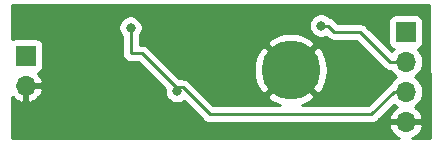
<source format=gbr>
G04 #@! TF.GenerationSoftware,KiCad,Pcbnew,(5.1.4)-1*
G04 #@! TF.CreationDate,2020-06-01T20:19:03-04:00*
G04 #@! TF.ProjectId,UniversalLM393,556e6976-6572-4736-916c-4c4d3339332e,rev?*
G04 #@! TF.SameCoordinates,Original*
G04 #@! TF.FileFunction,Copper,L2,Bot*
G04 #@! TF.FilePolarity,Positive*
%FSLAX46Y46*%
G04 Gerber Fmt 4.6, Leading zero omitted, Abs format (unit mm)*
G04 Created by KiCad (PCBNEW (5.1.4)-1) date 2020-06-01 20:19:03*
%MOMM*%
%LPD*%
G04 APERTURE LIST*
%ADD10O,1.700000X1.700000*%
%ADD11R,1.700000X1.700000*%
%ADD12C,0.800000*%
%ADD13C,5.000000*%
%ADD14C,0.250000*%
%ADD15C,0.254000*%
G04 APERTURE END LIST*
D10*
X130810000Y-98856800D03*
D11*
X130810000Y-96316800D03*
D10*
X162991800Y-101930200D03*
X162991800Y-99390200D03*
X162991800Y-96850200D03*
D11*
X162991800Y-94310200D03*
D12*
X154589425Y-96210175D03*
X153263600Y-95661000D03*
X151937775Y-96210175D03*
X151388600Y-97536000D03*
X151937775Y-98861825D03*
X153263600Y-99411000D03*
X154589425Y-98861825D03*
X155138600Y-97536000D03*
D13*
X153263600Y-97536000D03*
D12*
X139674600Y-92532200D03*
X133629400Y-95504000D03*
X142036800Y-102311200D03*
X144500600Y-97993200D03*
X139700000Y-93954600D03*
X143611600Y-99314000D03*
X155829000Y-93776800D03*
D14*
X144500600Y-97358200D02*
X144500600Y-97993200D01*
X139674600Y-92532200D02*
X144500600Y-97358200D01*
X162001200Y-99390200D02*
X162052000Y-99390200D01*
X144119600Y-99009200D02*
X146405600Y-101295200D01*
X143513190Y-99009200D02*
X144119600Y-99009200D01*
X139700000Y-93954600D02*
X139700000Y-96062800D01*
X160096200Y-101295200D02*
X162001200Y-99390200D01*
X139700000Y-96062800D02*
X139776200Y-96139000D01*
X139776200Y-96139000D02*
X140642990Y-96139000D01*
X146405600Y-101295200D02*
X160096200Y-101295200D01*
X162991800Y-99390200D02*
X162052000Y-99390200D01*
X140642990Y-96139000D02*
X143513190Y-99009200D01*
X161645600Y-96850200D02*
X162991800Y-96850200D01*
X159105600Y-94310200D02*
X161645600Y-96850200D01*
X156928085Y-94310200D02*
X159105600Y-94310200D01*
X156394685Y-93776800D02*
X156928085Y-94310200D01*
X155829000Y-93776800D02*
X156394685Y-93776800D01*
D15*
G36*
X165046937Y-103301742D02*
G01*
X163548776Y-103300705D01*
X163623052Y-103274357D01*
X163873155Y-103125378D01*
X164089388Y-102930469D01*
X164263441Y-102697120D01*
X164388625Y-102434299D01*
X164433276Y-102287090D01*
X164311955Y-102057200D01*
X163118800Y-102057200D01*
X163118800Y-102077200D01*
X162864800Y-102077200D01*
X162864800Y-102057200D01*
X161671645Y-102057200D01*
X161550324Y-102287090D01*
X161594975Y-102434299D01*
X161720159Y-102697120D01*
X161894212Y-102930469D01*
X162110445Y-103125378D01*
X162360548Y-103274357D01*
X162432646Y-103299932D01*
X129666600Y-103277257D01*
X129666600Y-99795650D01*
X129712412Y-99857069D01*
X129928645Y-100051978D01*
X130178748Y-100200957D01*
X130453109Y-100298281D01*
X130683000Y-100177614D01*
X130683000Y-98983800D01*
X130937000Y-98983800D01*
X130937000Y-100177614D01*
X131166891Y-100298281D01*
X131441252Y-100200957D01*
X131691355Y-100051978D01*
X131907588Y-99857069D01*
X132081641Y-99623720D01*
X132206825Y-99360899D01*
X132251476Y-99213690D01*
X132130155Y-98983800D01*
X130937000Y-98983800D01*
X130683000Y-98983800D01*
X130663000Y-98983800D01*
X130663000Y-98729800D01*
X130683000Y-98729800D01*
X130683000Y-98709800D01*
X130937000Y-98709800D01*
X130937000Y-98729800D01*
X132130155Y-98729800D01*
X132251476Y-98499910D01*
X132206825Y-98352701D01*
X132081641Y-98089880D01*
X131907588Y-97856531D01*
X131823534Y-97780766D01*
X131904180Y-97756302D01*
X132014494Y-97697337D01*
X132111185Y-97617985D01*
X132190537Y-97521294D01*
X132249502Y-97410980D01*
X132285812Y-97291282D01*
X132298072Y-97166800D01*
X132298072Y-95466800D01*
X132285812Y-95342318D01*
X132249502Y-95222620D01*
X132190537Y-95112306D01*
X132111185Y-95015615D01*
X132014494Y-94936263D01*
X131904180Y-94877298D01*
X131784482Y-94840988D01*
X131660000Y-94828728D01*
X129960000Y-94828728D01*
X129835518Y-94840988D01*
X129715820Y-94877298D01*
X129666600Y-94903607D01*
X129666600Y-93852661D01*
X138665000Y-93852661D01*
X138665000Y-94056539D01*
X138704774Y-94256498D01*
X138782795Y-94444856D01*
X138896063Y-94614374D01*
X138940000Y-94658311D01*
X138940001Y-96025468D01*
X138936324Y-96062800D01*
X138940001Y-96100133D01*
X138950998Y-96211786D01*
X138964180Y-96255242D01*
X138994454Y-96355046D01*
X139065026Y-96487076D01*
X139133685Y-96570736D01*
X139160000Y-96602801D01*
X139188998Y-96626599D01*
X139212396Y-96649997D01*
X139236199Y-96679001D01*
X139351924Y-96773974D01*
X139483953Y-96844546D01*
X139627214Y-96888003D01*
X139738867Y-96899000D01*
X139738877Y-96899000D01*
X139776199Y-96902676D01*
X139813522Y-96899000D01*
X140328189Y-96899000D01*
X142587326Y-99158138D01*
X142576600Y-99212061D01*
X142576600Y-99415939D01*
X142616374Y-99615898D01*
X142694395Y-99804256D01*
X142807663Y-99973774D01*
X142951826Y-100117937D01*
X143121344Y-100231205D01*
X143309702Y-100309226D01*
X143509661Y-100349000D01*
X143713539Y-100349000D01*
X143913498Y-100309226D01*
X144101856Y-100231205D01*
X144200735Y-100165136D01*
X145841801Y-101806203D01*
X145865599Y-101835201D01*
X145981324Y-101930174D01*
X146113353Y-102000746D01*
X146256614Y-102044203D01*
X146368267Y-102055200D01*
X146368276Y-102055200D01*
X146405599Y-102058876D01*
X146442922Y-102055200D01*
X160058878Y-102055200D01*
X160096200Y-102058876D01*
X160133522Y-102055200D01*
X160133533Y-102055200D01*
X160245186Y-102044203D01*
X160388447Y-102000746D01*
X160520476Y-101930174D01*
X160636201Y-101835201D01*
X160660004Y-101806197D01*
X161982913Y-100483288D01*
X162162786Y-100630906D01*
X162227323Y-100665401D01*
X162110445Y-100735022D01*
X161894212Y-100929931D01*
X161720159Y-101163280D01*
X161594975Y-101426101D01*
X161550324Y-101573310D01*
X161671645Y-101803200D01*
X162864800Y-101803200D01*
X162864800Y-101783200D01*
X163118800Y-101783200D01*
X163118800Y-101803200D01*
X164311955Y-101803200D01*
X164433276Y-101573310D01*
X164388625Y-101426101D01*
X164263441Y-101163280D01*
X164089388Y-100929931D01*
X163873155Y-100735022D01*
X163756277Y-100665401D01*
X163820814Y-100630906D01*
X164046934Y-100445334D01*
X164232506Y-100219214D01*
X164370399Y-99961234D01*
X164455313Y-99681311D01*
X164483985Y-99390200D01*
X164455313Y-99099089D01*
X164370399Y-98819166D01*
X164232506Y-98561186D01*
X164046934Y-98335066D01*
X163820814Y-98149494D01*
X163766009Y-98120200D01*
X163820814Y-98090906D01*
X164046934Y-97905334D01*
X164232506Y-97679214D01*
X164370399Y-97421234D01*
X164455313Y-97141311D01*
X164483985Y-96850200D01*
X164455313Y-96559089D01*
X164370399Y-96279166D01*
X164232506Y-96021186D01*
X164046934Y-95795066D01*
X164017113Y-95770593D01*
X164085980Y-95749702D01*
X164196294Y-95690737D01*
X164292985Y-95611385D01*
X164372337Y-95514694D01*
X164431302Y-95404380D01*
X164467612Y-95284682D01*
X164479872Y-95160200D01*
X164479872Y-93460200D01*
X164467612Y-93335718D01*
X164431302Y-93216020D01*
X164372337Y-93105706D01*
X164292985Y-93009015D01*
X164196294Y-92929663D01*
X164085980Y-92870698D01*
X163966282Y-92834388D01*
X163841800Y-92822128D01*
X162141800Y-92822128D01*
X162017318Y-92834388D01*
X161897620Y-92870698D01*
X161787306Y-92929663D01*
X161690615Y-93009015D01*
X161611263Y-93105706D01*
X161552298Y-93216020D01*
X161515988Y-93335718D01*
X161503728Y-93460200D01*
X161503728Y-95160200D01*
X161515988Y-95284682D01*
X161552298Y-95404380D01*
X161611263Y-95514694D01*
X161690615Y-95611385D01*
X161787306Y-95690737D01*
X161897620Y-95749702D01*
X161966487Y-95770593D01*
X161936666Y-95795066D01*
X161814332Y-95944130D01*
X159669404Y-93799203D01*
X159645601Y-93770199D01*
X159529876Y-93675226D01*
X159397847Y-93604654D01*
X159254586Y-93561197D01*
X159142933Y-93550200D01*
X159142922Y-93550200D01*
X159105600Y-93546524D01*
X159068278Y-93550200D01*
X157242887Y-93550200D01*
X156958488Y-93265802D01*
X156934686Y-93236799D01*
X156818961Y-93141826D01*
X156686932Y-93071254D01*
X156543724Y-93027813D01*
X156488774Y-92972863D01*
X156319256Y-92859595D01*
X156130898Y-92781574D01*
X155930939Y-92741800D01*
X155727061Y-92741800D01*
X155527102Y-92781574D01*
X155338744Y-92859595D01*
X155169226Y-92972863D01*
X155025063Y-93117026D01*
X154911795Y-93286544D01*
X154833774Y-93474902D01*
X154794000Y-93674861D01*
X154794000Y-93878739D01*
X154833774Y-94078698D01*
X154911795Y-94267056D01*
X155025063Y-94436574D01*
X155169226Y-94580737D01*
X155338744Y-94694005D01*
X155527102Y-94772026D01*
X155727061Y-94811800D01*
X155930939Y-94811800D01*
X156130898Y-94772026D01*
X156261155Y-94718071D01*
X156364285Y-94821202D01*
X156388084Y-94850201D01*
X156417082Y-94873999D01*
X156503809Y-94945174D01*
X156635838Y-95015746D01*
X156779099Y-95059203D01*
X156928085Y-95073877D01*
X156965418Y-95070200D01*
X158790799Y-95070200D01*
X161081805Y-97361208D01*
X161105599Y-97390201D01*
X161134592Y-97413995D01*
X161134596Y-97413999D01*
X161178005Y-97449623D01*
X161221324Y-97485174D01*
X161353353Y-97555746D01*
X161496614Y-97599203D01*
X161608267Y-97610200D01*
X161608276Y-97610200D01*
X161645599Y-97613876D01*
X161682922Y-97610200D01*
X161714205Y-97610200D01*
X161751094Y-97679214D01*
X161936666Y-97905334D01*
X162162786Y-98090906D01*
X162217591Y-98120200D01*
X162162786Y-98149494D01*
X161936666Y-98335066D01*
X161751094Y-98561186D01*
X161675558Y-98702504D01*
X161576924Y-98755226D01*
X161461199Y-98850199D01*
X161437401Y-98879197D01*
X159781399Y-100535200D01*
X154176307Y-100535200D01*
X154472192Y-100445103D01*
X155010973Y-100157118D01*
X155287143Y-99739148D01*
X153263600Y-97715605D01*
X151240057Y-99739148D01*
X151516227Y-100157118D01*
X152061157Y-100447649D01*
X152350876Y-100535200D01*
X146720402Y-100535200D01*
X144683404Y-98498203D01*
X144659601Y-98469199D01*
X144543876Y-98374226D01*
X144411847Y-98303654D01*
X144268586Y-98260197D01*
X144156933Y-98249200D01*
X144156922Y-98249200D01*
X144119600Y-98245524D01*
X144082278Y-98249200D01*
X143827992Y-98249200D01*
X143118120Y-97539328D01*
X150113432Y-97539328D01*
X150174610Y-98153831D01*
X150354497Y-98744592D01*
X150642482Y-99283373D01*
X151060452Y-99559543D01*
X153083995Y-97536000D01*
X153443205Y-97536000D01*
X155466748Y-99559543D01*
X155884718Y-99283373D01*
X156175249Y-98738443D01*
X156353887Y-98147304D01*
X156413768Y-97532672D01*
X156352590Y-96918169D01*
X156172703Y-96327408D01*
X155884718Y-95788627D01*
X155466748Y-95512457D01*
X153443205Y-97536000D01*
X153083995Y-97536000D01*
X151060452Y-95512457D01*
X150642482Y-95788627D01*
X150351951Y-96333557D01*
X150173313Y-96924696D01*
X150113432Y-97539328D01*
X143118120Y-97539328D01*
X141206794Y-95628003D01*
X141182991Y-95598999D01*
X141067266Y-95504026D01*
X140935237Y-95433454D01*
X140791976Y-95389997D01*
X140680323Y-95379000D01*
X140680312Y-95379000D01*
X140642990Y-95375324D01*
X140605668Y-95379000D01*
X140460000Y-95379000D01*
X140460000Y-95332852D01*
X151240057Y-95332852D01*
X153263600Y-97356395D01*
X155287143Y-95332852D01*
X155010973Y-94914882D01*
X154466043Y-94624351D01*
X153874904Y-94445713D01*
X153260272Y-94385832D01*
X152645769Y-94447010D01*
X152055008Y-94626897D01*
X151516227Y-94914882D01*
X151240057Y-95332852D01*
X140460000Y-95332852D01*
X140460000Y-94658311D01*
X140503937Y-94614374D01*
X140617205Y-94444856D01*
X140695226Y-94256498D01*
X140735000Y-94056539D01*
X140735000Y-93852661D01*
X140695226Y-93652702D01*
X140617205Y-93464344D01*
X140503937Y-93294826D01*
X140359774Y-93150663D01*
X140190256Y-93037395D01*
X140001898Y-92959374D01*
X139801939Y-92919600D01*
X139598061Y-92919600D01*
X139398102Y-92959374D01*
X139209744Y-93037395D01*
X139040226Y-93150663D01*
X138896063Y-93294826D01*
X138782795Y-93464344D01*
X138704774Y-93652702D01*
X138665000Y-93852661D01*
X129666600Y-93852661D01*
X129666600Y-91998400D01*
X165001451Y-91998400D01*
X165046937Y-103301742D01*
X165046937Y-103301742D01*
G37*
X165046937Y-103301742D02*
X163548776Y-103300705D01*
X163623052Y-103274357D01*
X163873155Y-103125378D01*
X164089388Y-102930469D01*
X164263441Y-102697120D01*
X164388625Y-102434299D01*
X164433276Y-102287090D01*
X164311955Y-102057200D01*
X163118800Y-102057200D01*
X163118800Y-102077200D01*
X162864800Y-102077200D01*
X162864800Y-102057200D01*
X161671645Y-102057200D01*
X161550324Y-102287090D01*
X161594975Y-102434299D01*
X161720159Y-102697120D01*
X161894212Y-102930469D01*
X162110445Y-103125378D01*
X162360548Y-103274357D01*
X162432646Y-103299932D01*
X129666600Y-103277257D01*
X129666600Y-99795650D01*
X129712412Y-99857069D01*
X129928645Y-100051978D01*
X130178748Y-100200957D01*
X130453109Y-100298281D01*
X130683000Y-100177614D01*
X130683000Y-98983800D01*
X130937000Y-98983800D01*
X130937000Y-100177614D01*
X131166891Y-100298281D01*
X131441252Y-100200957D01*
X131691355Y-100051978D01*
X131907588Y-99857069D01*
X132081641Y-99623720D01*
X132206825Y-99360899D01*
X132251476Y-99213690D01*
X132130155Y-98983800D01*
X130937000Y-98983800D01*
X130683000Y-98983800D01*
X130663000Y-98983800D01*
X130663000Y-98729800D01*
X130683000Y-98729800D01*
X130683000Y-98709800D01*
X130937000Y-98709800D01*
X130937000Y-98729800D01*
X132130155Y-98729800D01*
X132251476Y-98499910D01*
X132206825Y-98352701D01*
X132081641Y-98089880D01*
X131907588Y-97856531D01*
X131823534Y-97780766D01*
X131904180Y-97756302D01*
X132014494Y-97697337D01*
X132111185Y-97617985D01*
X132190537Y-97521294D01*
X132249502Y-97410980D01*
X132285812Y-97291282D01*
X132298072Y-97166800D01*
X132298072Y-95466800D01*
X132285812Y-95342318D01*
X132249502Y-95222620D01*
X132190537Y-95112306D01*
X132111185Y-95015615D01*
X132014494Y-94936263D01*
X131904180Y-94877298D01*
X131784482Y-94840988D01*
X131660000Y-94828728D01*
X129960000Y-94828728D01*
X129835518Y-94840988D01*
X129715820Y-94877298D01*
X129666600Y-94903607D01*
X129666600Y-93852661D01*
X138665000Y-93852661D01*
X138665000Y-94056539D01*
X138704774Y-94256498D01*
X138782795Y-94444856D01*
X138896063Y-94614374D01*
X138940000Y-94658311D01*
X138940001Y-96025468D01*
X138936324Y-96062800D01*
X138940001Y-96100133D01*
X138950998Y-96211786D01*
X138964180Y-96255242D01*
X138994454Y-96355046D01*
X139065026Y-96487076D01*
X139133685Y-96570736D01*
X139160000Y-96602801D01*
X139188998Y-96626599D01*
X139212396Y-96649997D01*
X139236199Y-96679001D01*
X139351924Y-96773974D01*
X139483953Y-96844546D01*
X139627214Y-96888003D01*
X139738867Y-96899000D01*
X139738877Y-96899000D01*
X139776199Y-96902676D01*
X139813522Y-96899000D01*
X140328189Y-96899000D01*
X142587326Y-99158138D01*
X142576600Y-99212061D01*
X142576600Y-99415939D01*
X142616374Y-99615898D01*
X142694395Y-99804256D01*
X142807663Y-99973774D01*
X142951826Y-100117937D01*
X143121344Y-100231205D01*
X143309702Y-100309226D01*
X143509661Y-100349000D01*
X143713539Y-100349000D01*
X143913498Y-100309226D01*
X144101856Y-100231205D01*
X144200735Y-100165136D01*
X145841801Y-101806203D01*
X145865599Y-101835201D01*
X145981324Y-101930174D01*
X146113353Y-102000746D01*
X146256614Y-102044203D01*
X146368267Y-102055200D01*
X146368276Y-102055200D01*
X146405599Y-102058876D01*
X146442922Y-102055200D01*
X160058878Y-102055200D01*
X160096200Y-102058876D01*
X160133522Y-102055200D01*
X160133533Y-102055200D01*
X160245186Y-102044203D01*
X160388447Y-102000746D01*
X160520476Y-101930174D01*
X160636201Y-101835201D01*
X160660004Y-101806197D01*
X161982913Y-100483288D01*
X162162786Y-100630906D01*
X162227323Y-100665401D01*
X162110445Y-100735022D01*
X161894212Y-100929931D01*
X161720159Y-101163280D01*
X161594975Y-101426101D01*
X161550324Y-101573310D01*
X161671645Y-101803200D01*
X162864800Y-101803200D01*
X162864800Y-101783200D01*
X163118800Y-101783200D01*
X163118800Y-101803200D01*
X164311955Y-101803200D01*
X164433276Y-101573310D01*
X164388625Y-101426101D01*
X164263441Y-101163280D01*
X164089388Y-100929931D01*
X163873155Y-100735022D01*
X163756277Y-100665401D01*
X163820814Y-100630906D01*
X164046934Y-100445334D01*
X164232506Y-100219214D01*
X164370399Y-99961234D01*
X164455313Y-99681311D01*
X164483985Y-99390200D01*
X164455313Y-99099089D01*
X164370399Y-98819166D01*
X164232506Y-98561186D01*
X164046934Y-98335066D01*
X163820814Y-98149494D01*
X163766009Y-98120200D01*
X163820814Y-98090906D01*
X164046934Y-97905334D01*
X164232506Y-97679214D01*
X164370399Y-97421234D01*
X164455313Y-97141311D01*
X164483985Y-96850200D01*
X164455313Y-96559089D01*
X164370399Y-96279166D01*
X164232506Y-96021186D01*
X164046934Y-95795066D01*
X164017113Y-95770593D01*
X164085980Y-95749702D01*
X164196294Y-95690737D01*
X164292985Y-95611385D01*
X164372337Y-95514694D01*
X164431302Y-95404380D01*
X164467612Y-95284682D01*
X164479872Y-95160200D01*
X164479872Y-93460200D01*
X164467612Y-93335718D01*
X164431302Y-93216020D01*
X164372337Y-93105706D01*
X164292985Y-93009015D01*
X164196294Y-92929663D01*
X164085980Y-92870698D01*
X163966282Y-92834388D01*
X163841800Y-92822128D01*
X162141800Y-92822128D01*
X162017318Y-92834388D01*
X161897620Y-92870698D01*
X161787306Y-92929663D01*
X161690615Y-93009015D01*
X161611263Y-93105706D01*
X161552298Y-93216020D01*
X161515988Y-93335718D01*
X161503728Y-93460200D01*
X161503728Y-95160200D01*
X161515988Y-95284682D01*
X161552298Y-95404380D01*
X161611263Y-95514694D01*
X161690615Y-95611385D01*
X161787306Y-95690737D01*
X161897620Y-95749702D01*
X161966487Y-95770593D01*
X161936666Y-95795066D01*
X161814332Y-95944130D01*
X159669404Y-93799203D01*
X159645601Y-93770199D01*
X159529876Y-93675226D01*
X159397847Y-93604654D01*
X159254586Y-93561197D01*
X159142933Y-93550200D01*
X159142922Y-93550200D01*
X159105600Y-93546524D01*
X159068278Y-93550200D01*
X157242887Y-93550200D01*
X156958488Y-93265802D01*
X156934686Y-93236799D01*
X156818961Y-93141826D01*
X156686932Y-93071254D01*
X156543724Y-93027813D01*
X156488774Y-92972863D01*
X156319256Y-92859595D01*
X156130898Y-92781574D01*
X155930939Y-92741800D01*
X155727061Y-92741800D01*
X155527102Y-92781574D01*
X155338744Y-92859595D01*
X155169226Y-92972863D01*
X155025063Y-93117026D01*
X154911795Y-93286544D01*
X154833774Y-93474902D01*
X154794000Y-93674861D01*
X154794000Y-93878739D01*
X154833774Y-94078698D01*
X154911795Y-94267056D01*
X155025063Y-94436574D01*
X155169226Y-94580737D01*
X155338744Y-94694005D01*
X155527102Y-94772026D01*
X155727061Y-94811800D01*
X155930939Y-94811800D01*
X156130898Y-94772026D01*
X156261155Y-94718071D01*
X156364285Y-94821202D01*
X156388084Y-94850201D01*
X156417082Y-94873999D01*
X156503809Y-94945174D01*
X156635838Y-95015746D01*
X156779099Y-95059203D01*
X156928085Y-95073877D01*
X156965418Y-95070200D01*
X158790799Y-95070200D01*
X161081805Y-97361208D01*
X161105599Y-97390201D01*
X161134592Y-97413995D01*
X161134596Y-97413999D01*
X161178005Y-97449623D01*
X161221324Y-97485174D01*
X161353353Y-97555746D01*
X161496614Y-97599203D01*
X161608267Y-97610200D01*
X161608276Y-97610200D01*
X161645599Y-97613876D01*
X161682922Y-97610200D01*
X161714205Y-97610200D01*
X161751094Y-97679214D01*
X161936666Y-97905334D01*
X162162786Y-98090906D01*
X162217591Y-98120200D01*
X162162786Y-98149494D01*
X161936666Y-98335066D01*
X161751094Y-98561186D01*
X161675558Y-98702504D01*
X161576924Y-98755226D01*
X161461199Y-98850199D01*
X161437401Y-98879197D01*
X159781399Y-100535200D01*
X154176307Y-100535200D01*
X154472192Y-100445103D01*
X155010973Y-100157118D01*
X155287143Y-99739148D01*
X153263600Y-97715605D01*
X151240057Y-99739148D01*
X151516227Y-100157118D01*
X152061157Y-100447649D01*
X152350876Y-100535200D01*
X146720402Y-100535200D01*
X144683404Y-98498203D01*
X144659601Y-98469199D01*
X144543876Y-98374226D01*
X144411847Y-98303654D01*
X144268586Y-98260197D01*
X144156933Y-98249200D01*
X144156922Y-98249200D01*
X144119600Y-98245524D01*
X144082278Y-98249200D01*
X143827992Y-98249200D01*
X143118120Y-97539328D01*
X150113432Y-97539328D01*
X150174610Y-98153831D01*
X150354497Y-98744592D01*
X150642482Y-99283373D01*
X151060452Y-99559543D01*
X153083995Y-97536000D01*
X153443205Y-97536000D01*
X155466748Y-99559543D01*
X155884718Y-99283373D01*
X156175249Y-98738443D01*
X156353887Y-98147304D01*
X156413768Y-97532672D01*
X156352590Y-96918169D01*
X156172703Y-96327408D01*
X155884718Y-95788627D01*
X155466748Y-95512457D01*
X153443205Y-97536000D01*
X153083995Y-97536000D01*
X151060452Y-95512457D01*
X150642482Y-95788627D01*
X150351951Y-96333557D01*
X150173313Y-96924696D01*
X150113432Y-97539328D01*
X143118120Y-97539328D01*
X141206794Y-95628003D01*
X141182991Y-95598999D01*
X141067266Y-95504026D01*
X140935237Y-95433454D01*
X140791976Y-95389997D01*
X140680323Y-95379000D01*
X140680312Y-95379000D01*
X140642990Y-95375324D01*
X140605668Y-95379000D01*
X140460000Y-95379000D01*
X140460000Y-95332852D01*
X151240057Y-95332852D01*
X153263600Y-97356395D01*
X155287143Y-95332852D01*
X155010973Y-94914882D01*
X154466043Y-94624351D01*
X153874904Y-94445713D01*
X153260272Y-94385832D01*
X152645769Y-94447010D01*
X152055008Y-94626897D01*
X151516227Y-94914882D01*
X151240057Y-95332852D01*
X140460000Y-95332852D01*
X140460000Y-94658311D01*
X140503937Y-94614374D01*
X140617205Y-94444856D01*
X140695226Y-94256498D01*
X140735000Y-94056539D01*
X140735000Y-93852661D01*
X140695226Y-93652702D01*
X140617205Y-93464344D01*
X140503937Y-93294826D01*
X140359774Y-93150663D01*
X140190256Y-93037395D01*
X140001898Y-92959374D01*
X139801939Y-92919600D01*
X139598061Y-92919600D01*
X139398102Y-92959374D01*
X139209744Y-93037395D01*
X139040226Y-93150663D01*
X138896063Y-93294826D01*
X138782795Y-93464344D01*
X138704774Y-93652702D01*
X138665000Y-93852661D01*
X129666600Y-93852661D01*
X129666600Y-91998400D01*
X165001451Y-91998400D01*
X165046937Y-103301742D01*
M02*

</source>
